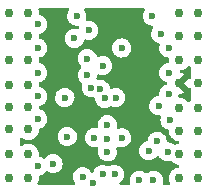
<source format=gbr>
%TF.GenerationSoftware,KiCad,Pcbnew,(6.0.1-0)*%
%TF.CreationDate,2022-02-07T15:37:48-08:00*%
%TF.ProjectId,Untitled,556e7469-746c-4656-942e-6b696361645f,rev?*%
%TF.SameCoordinates,Original*%
%TF.FileFunction,Copper,L3,Inr*%
%TF.FilePolarity,Positive*%
%FSLAX46Y46*%
G04 Gerber Fmt 4.6, Leading zero omitted, Abs format (unit mm)*
G04 Created by KiCad (PCBNEW (6.0.1-0)) date 2022-02-07 15:37:48*
%MOMM*%
%LPD*%
G01*
G04 APERTURE LIST*
%TA.AperFunction,ComponentPad*%
%ADD10C,0.750000*%
%TD*%
%TA.AperFunction,ViaPad*%
%ADD11C,0.600000*%
%TD*%
%TA.AperFunction,ViaPad*%
%ADD12C,0.800000*%
%TD*%
G04 APERTURE END LIST*
D10*
%TO.N,SX_DIO3*%
%TO.C,J11*%
X160000000Y-107000000D03*
X158400000Y-107000000D03*
%TD*%
%TO.N,SX_DIO0*%
%TO.C,J14*%
X160000000Y-101000000D03*
X158400000Y-101000000D03*
%TD*%
%TO.N,GND*%
%TO.C,J10*%
X158400000Y-109000000D03*
X160000000Y-109000000D03*
%TD*%
%TO.N,ANT_OUT*%
%TO.C,J9*%
X158400000Y-111000000D03*
X160000000Y-111000000D03*
%TD*%
%TO.N,SX_DIO1*%
%TO.C,J15*%
X160000000Y-99000000D03*
X158400000Y-99000000D03*
%TD*%
%TO.N,+3V3*%
%TO.C,J13*%
X160000000Y-103000000D03*
X158400000Y-103000000D03*
%TD*%
%TO.N,SX_BUSY*%
%TO.C,J12*%
X158380000Y-105100000D03*
X159980000Y-105100000D03*
%TD*%
%TO.N,SX_DIO2*%
%TO.C,J16*%
X160000000Y-97000000D03*
X158400000Y-97000000D03*
%TD*%
%TO.N,SX_CS*%
%TO.C,J5*%
X145600000Y-105000000D03*
X144000000Y-105000000D03*
%TD*%
%TO.N,MOSI*%
%TO.C,J3*%
X144000000Y-101000000D03*
X145600000Y-101000000D03*
%TD*%
%TO.N,SCK*%
%TO.C,J4*%
X145600000Y-103140000D03*
X144000000Y-103140000D03*
%TD*%
%TO.N,SX_RST*%
%TO.C,J6*%
X145600000Y-106900000D03*
X144000000Y-106900000D03*
%TD*%
%TO.N,MISO*%
%TO.C,J2*%
X145600000Y-99000000D03*
X144000000Y-99000000D03*
%TD*%
%TO.N,GND*%
%TO.C,J8*%
X145600000Y-111000000D03*
X144000000Y-111000000D03*
%TD*%
%TO.N,GND*%
%TO.C,J1*%
X144000000Y-97000000D03*
X145600000Y-97000000D03*
%TD*%
%TO.N,unconnected-(J7-Pad1)*%
%TO.C,J7*%
X144000000Y-109000000D03*
X145600000Y-109000000D03*
%TD*%
D11*
%TO.N,+3V3*%
X148600000Y-105600000D03*
%TO.N,GND*%
X155000000Y-111200000D03*
X153500000Y-107600000D03*
X156200000Y-111200000D03*
X146400000Y-98000000D03*
X157600000Y-106100000D03*
X146400000Y-102100000D03*
X146400000Y-104100000D03*
X152300000Y-108800000D03*
X153500000Y-100000000D03*
X146400000Y-106000000D03*
X151900000Y-101500000D03*
X155800000Y-108700000D03*
X157400000Y-108800000D03*
X148900000Y-107500000D03*
X157500000Y-100000000D03*
X152300000Y-106500000D03*
X152300000Y-107700000D03*
X151200000Y-107600000D03*
X157500000Y-102100000D03*
X157500000Y-103900000D03*
X146400000Y-110000000D03*
X146400000Y-100000000D03*
X147700000Y-109800000D03*
D12*
%TO.N,+3V3*%
X156100000Y-102800000D03*
D11*
X149700000Y-109900000D03*
%TO.N,Net-(U1-Pad16)*%
X150200000Y-110900000D03*
X149700000Y-97300000D03*
%TO.N,Net-(U1-Pad17)*%
X149500000Y-99200000D03*
X151100000Y-111400000D03*
%TO.N,Net-(U1-Pad18)*%
X150600000Y-100900000D03*
X151900000Y-110700000D03*
%TO.N,Net-(U1-Pad19)*%
X152900000Y-110700000D03*
X150600469Y-102300000D03*
%TO.N,Net-(U1-Pad3)*%
X148700000Y-104200000D03*
X150700000Y-98500000D03*
%TO.N,SX_BUSY*%
X156640835Y-104897033D03*
X153000000Y-104200000D03*
%TO.N,SX_DIO1*%
X152085383Y-104258333D03*
X156799500Y-98800000D03*
%TO.N,SX_DIO2*%
X151700000Y-103500000D03*
X156100000Y-97300000D03*
%TO.N,SX_DIO3*%
X150937283Y-103372360D03*
X156500000Y-107900000D03*
%TD*%
%TA.AperFunction,Conductor*%
%TO.N,+3V3*%
G36*
X149021080Y-96628002D02*
G01*
X149067573Y-96681658D01*
X149077677Y-96751932D01*
X149058870Y-96802254D01*
X148971235Y-96938238D01*
X148968826Y-96944858D01*
X148968824Y-96944861D01*
X148948755Y-97000000D01*
X148909197Y-97108685D01*
X148886463Y-97288640D01*
X148904163Y-97469160D01*
X148961418Y-97641273D01*
X148965065Y-97647295D01*
X148965066Y-97647297D01*
X149036637Y-97765475D01*
X149055380Y-97796424D01*
X149060269Y-97801487D01*
X149060270Y-97801488D01*
X149122490Y-97865918D01*
X149181382Y-97926902D01*
X149234527Y-97961679D01*
X149308741Y-98010243D01*
X149333159Y-98026222D01*
X149339763Y-98028678D01*
X149339765Y-98028679D01*
X149496558Y-98086990D01*
X149496560Y-98086990D01*
X149503168Y-98089448D01*
X149586057Y-98100508D01*
X149675980Y-98112507D01*
X149675984Y-98112507D01*
X149682961Y-98113438D01*
X149689972Y-98112800D01*
X149689976Y-98112800D01*
X149792719Y-98103449D01*
X149862372Y-98117194D01*
X149913537Y-98166415D01*
X149929968Y-98235484D01*
X149922540Y-98272024D01*
X149911607Y-98302061D01*
X149911605Y-98302069D01*
X149909197Y-98308685D01*
X149908314Y-98315676D01*
X149907229Y-98324262D01*
X149878847Y-98389339D01*
X149819787Y-98428740D01*
X149748801Y-98429957D01*
X149739974Y-98427175D01*
X149685790Y-98407881D01*
X149678802Y-98407048D01*
X149678799Y-98407047D01*
X149530293Y-98389339D01*
X149505680Y-98386404D01*
X149498677Y-98387140D01*
X149498676Y-98387140D01*
X149332288Y-98404628D01*
X149332286Y-98404629D01*
X149325288Y-98405364D01*
X149153579Y-98463818D01*
X149114742Y-98487711D01*
X149005095Y-98555166D01*
X149005092Y-98555168D01*
X148999088Y-98558862D01*
X148994053Y-98563793D01*
X148994050Y-98563795D01*
X148874525Y-98680843D01*
X148869493Y-98685771D01*
X148771235Y-98838238D01*
X148768826Y-98844858D01*
X148768824Y-98844861D01*
X148726134Y-98962151D01*
X148709197Y-99008685D01*
X148686463Y-99188640D01*
X148704163Y-99369160D01*
X148761418Y-99541273D01*
X148765065Y-99547295D01*
X148765066Y-99547297D01*
X148840780Y-99672316D01*
X148855380Y-99696424D01*
X148860269Y-99701487D01*
X148860270Y-99701488D01*
X148925802Y-99769348D01*
X148981382Y-99826902D01*
X149133159Y-99926222D01*
X149139763Y-99928678D01*
X149139765Y-99928679D01*
X149296558Y-99986990D01*
X149296560Y-99986990D01*
X149303168Y-99989448D01*
X149382250Y-100000000D01*
X149475980Y-100012507D01*
X149475984Y-100012507D01*
X149482961Y-100013438D01*
X149489972Y-100012800D01*
X149489976Y-100012800D01*
X149632459Y-99999832D01*
X149663600Y-99996998D01*
X149670302Y-99994820D01*
X149670304Y-99994820D01*
X149689324Y-99988640D01*
X152686463Y-99988640D01*
X152704163Y-100169160D01*
X152761418Y-100341273D01*
X152765065Y-100347295D01*
X152765066Y-100347297D01*
X152844120Y-100477831D01*
X152855380Y-100496424D01*
X152860269Y-100501487D01*
X152860270Y-100501488D01*
X152899845Y-100542469D01*
X152981382Y-100626902D01*
X152987278Y-100630760D01*
X153108741Y-100710243D01*
X153133159Y-100726222D01*
X153139763Y-100728678D01*
X153139765Y-100728679D01*
X153296558Y-100786990D01*
X153296560Y-100786990D01*
X153303168Y-100789448D01*
X153386995Y-100800633D01*
X153475980Y-100812507D01*
X153475984Y-100812507D01*
X153482961Y-100813438D01*
X153489972Y-100812800D01*
X153489976Y-100812800D01*
X153632459Y-100799832D01*
X153663600Y-100796998D01*
X153670302Y-100794820D01*
X153670304Y-100794820D01*
X153829409Y-100743124D01*
X153829412Y-100743123D01*
X153836108Y-100740947D01*
X153991912Y-100648069D01*
X154123266Y-100522982D01*
X154223643Y-100371902D01*
X154275826Y-100234532D01*
X154285555Y-100208920D01*
X154285556Y-100208918D01*
X154288055Y-100202338D01*
X154289035Y-100195366D01*
X154312748Y-100026639D01*
X154312748Y-100026636D01*
X154313299Y-100022717D01*
X154313616Y-100000000D01*
X154293397Y-99819745D01*
X154291080Y-99813091D01*
X154236064Y-99655106D01*
X154236062Y-99655103D01*
X154233745Y-99648448D01*
X154223662Y-99632312D01*
X154141359Y-99500598D01*
X154137626Y-99494624D01*
X154123941Y-99480843D01*
X154014778Y-99370915D01*
X154014774Y-99370912D01*
X154009815Y-99365918D01*
X153998697Y-99358862D01*
X153901214Y-99296998D01*
X153856666Y-99268727D01*
X153827463Y-99258328D01*
X153692425Y-99210243D01*
X153692420Y-99210242D01*
X153685790Y-99207881D01*
X153678802Y-99207048D01*
X153678799Y-99207047D01*
X153555698Y-99192368D01*
X153505680Y-99186404D01*
X153498677Y-99187140D01*
X153498676Y-99187140D01*
X153332288Y-99204628D01*
X153332286Y-99204629D01*
X153325288Y-99205364D01*
X153153579Y-99263818D01*
X153147575Y-99267512D01*
X153005095Y-99355166D01*
X153005092Y-99355168D01*
X152999088Y-99358862D01*
X152994053Y-99363793D01*
X152994050Y-99363795D01*
X152934783Y-99421834D01*
X152869493Y-99485771D01*
X152771235Y-99638238D01*
X152768826Y-99644858D01*
X152768824Y-99644861D01*
X152711607Y-99802063D01*
X152709197Y-99808685D01*
X152686463Y-99988640D01*
X149689324Y-99988640D01*
X149829409Y-99943124D01*
X149829412Y-99943123D01*
X149836108Y-99940947D01*
X149991912Y-99848069D01*
X150123266Y-99722982D01*
X150223643Y-99571902D01*
X150265423Y-99461917D01*
X150285555Y-99408920D01*
X150285556Y-99408918D01*
X150288055Y-99402338D01*
X150292007Y-99374217D01*
X150321294Y-99309543D01*
X150380898Y-99270970D01*
X150451894Y-99270743D01*
X150460694Y-99273652D01*
X150503168Y-99289448D01*
X150586995Y-99300633D01*
X150675980Y-99312507D01*
X150675984Y-99312507D01*
X150682961Y-99313438D01*
X150689972Y-99312800D01*
X150689976Y-99312800D01*
X150832459Y-99299832D01*
X150863600Y-99296998D01*
X150870302Y-99294820D01*
X150870304Y-99294820D01*
X151029409Y-99243124D01*
X151029412Y-99243123D01*
X151036108Y-99240947D01*
X151152269Y-99171701D01*
X151185860Y-99151677D01*
X151185862Y-99151676D01*
X151191912Y-99148069D01*
X151323266Y-99022982D01*
X151423643Y-98871902D01*
X151488055Y-98702338D01*
X151513299Y-98522717D01*
X151513616Y-98500000D01*
X151493397Y-98319745D01*
X151490850Y-98312430D01*
X151436064Y-98155106D01*
X151436062Y-98155103D01*
X151433745Y-98148448D01*
X151430009Y-98142469D01*
X151341359Y-98000598D01*
X151337626Y-97994624D01*
X151291395Y-97948069D01*
X151214778Y-97870915D01*
X151214774Y-97870912D01*
X151209815Y-97865918D01*
X151178838Y-97846259D01*
X151137058Y-97819745D01*
X151056666Y-97768727D01*
X151027463Y-97758328D01*
X150892425Y-97710243D01*
X150892420Y-97710242D01*
X150885790Y-97707881D01*
X150878802Y-97707048D01*
X150878799Y-97707047D01*
X150755698Y-97692368D01*
X150705680Y-97686404D01*
X150698677Y-97687140D01*
X150698675Y-97687140D01*
X150609865Y-97696474D01*
X150540027Y-97683702D01*
X150488180Y-97635199D01*
X150470786Y-97566366D01*
X150478907Y-97526420D01*
X150485555Y-97508920D01*
X150485556Y-97508918D01*
X150488055Y-97502338D01*
X150489139Y-97494624D01*
X150512748Y-97326639D01*
X150512748Y-97326636D01*
X150513299Y-97322717D01*
X150513616Y-97300000D01*
X150493397Y-97119745D01*
X150489601Y-97108845D01*
X150436064Y-96955106D01*
X150436062Y-96955103D01*
X150433745Y-96948448D01*
X150354646Y-96821862D01*
X150341466Y-96800769D01*
X150322330Y-96732400D01*
X150343196Y-96664539D01*
X150397437Y-96618731D01*
X150448320Y-96608000D01*
X155352959Y-96608000D01*
X155421080Y-96628002D01*
X155467573Y-96681658D01*
X155477677Y-96751932D01*
X155458870Y-96802254D01*
X155371235Y-96938238D01*
X155368826Y-96944858D01*
X155368824Y-96944861D01*
X155348755Y-97000000D01*
X155309197Y-97108685D01*
X155286463Y-97288640D01*
X155304163Y-97469160D01*
X155361418Y-97641273D01*
X155365065Y-97647295D01*
X155365066Y-97647297D01*
X155436637Y-97765475D01*
X155455380Y-97796424D01*
X155460269Y-97801487D01*
X155460270Y-97801488D01*
X155522490Y-97865918D01*
X155581382Y-97926902D01*
X155634527Y-97961679D01*
X155708741Y-98010243D01*
X155733159Y-98026222D01*
X155739763Y-98028678D01*
X155739765Y-98028679D01*
X155896558Y-98086990D01*
X155896560Y-98086990D01*
X155903168Y-98089448D01*
X156037481Y-98107369D01*
X156067649Y-98111395D01*
X156132526Y-98140231D01*
X156171514Y-98199564D01*
X156172234Y-98270557D01*
X156156898Y-98304539D01*
X156070735Y-98438238D01*
X156068326Y-98444858D01*
X156068324Y-98444861D01*
X156038559Y-98526639D01*
X156008697Y-98608685D01*
X155985963Y-98788640D01*
X156003663Y-98969160D01*
X156060918Y-99141273D01*
X156064565Y-99147295D01*
X156064566Y-99147297D01*
X156151220Y-99290380D01*
X156154880Y-99296424D01*
X156159769Y-99301487D01*
X156159770Y-99301488D01*
X156218352Y-99362151D01*
X156280882Y-99426902D01*
X156432659Y-99526222D01*
X156439263Y-99528678D01*
X156439265Y-99528679D01*
X156596058Y-99586990D01*
X156596060Y-99586990D01*
X156602668Y-99589448D01*
X156618476Y-99591557D01*
X156625030Y-99592432D01*
X156689907Y-99621270D01*
X156728893Y-99680604D01*
X156729613Y-99751597D01*
X156726764Y-99760419D01*
X156711607Y-99802063D01*
X156709197Y-99808685D01*
X156686463Y-99988640D01*
X156704163Y-100169160D01*
X156761418Y-100341273D01*
X156765065Y-100347295D01*
X156765066Y-100347297D01*
X156844120Y-100477831D01*
X156855380Y-100496424D01*
X156860269Y-100501487D01*
X156860270Y-100501488D01*
X156899845Y-100542469D01*
X156981382Y-100626902D01*
X156987278Y-100630760D01*
X157108741Y-100710243D01*
X157133159Y-100726222D01*
X157139763Y-100728678D01*
X157139765Y-100728679D01*
X157296558Y-100786990D01*
X157296560Y-100786990D01*
X157303168Y-100789448D01*
X157310153Y-100790380D01*
X157310157Y-100790381D01*
X157359751Y-100796998D01*
X157409121Y-100803585D01*
X157473997Y-100832420D01*
X157512985Y-100891754D01*
X157517766Y-100941649D01*
X157511633Y-101000000D01*
X157527936Y-101155106D01*
X157528171Y-101157345D01*
X157515399Y-101227184D01*
X157466897Y-101279030D01*
X157416032Y-101295826D01*
X157332288Y-101304628D01*
X157332286Y-101304629D01*
X157325288Y-101305364D01*
X157153579Y-101363818D01*
X157147575Y-101367512D01*
X157005095Y-101455166D01*
X157005092Y-101455168D01*
X156999088Y-101458862D01*
X156994053Y-101463793D01*
X156994050Y-101463795D01*
X156874525Y-101580843D01*
X156869493Y-101585771D01*
X156771235Y-101738238D01*
X156768826Y-101744858D01*
X156768824Y-101744861D01*
X156712449Y-101899749D01*
X156709197Y-101908685D01*
X156686463Y-102088640D01*
X156704163Y-102269160D01*
X156761418Y-102441273D01*
X156765065Y-102447295D01*
X156765066Y-102447297D01*
X156850032Y-102587593D01*
X156855380Y-102596424D01*
X156860269Y-102601487D01*
X156860270Y-102601488D01*
X156881027Y-102622982D01*
X156981382Y-102726902D01*
X157133159Y-102826222D01*
X157139763Y-102828678D01*
X157139765Y-102828679D01*
X157285198Y-102882765D01*
X157342074Y-102925257D01*
X157366948Y-102991754D01*
X157351923Y-103061142D01*
X157301768Y-103111392D01*
X157281883Y-103120140D01*
X157160250Y-103161547D01*
X157153579Y-103163818D01*
X157136336Y-103174426D01*
X157005095Y-103255166D01*
X157005092Y-103255168D01*
X156999088Y-103258862D01*
X156994053Y-103263793D01*
X156994050Y-103263795D01*
X156874525Y-103380843D01*
X156869493Y-103385771D01*
X156771235Y-103538238D01*
X156768826Y-103544858D01*
X156768824Y-103544861D01*
X156714315Y-103694624D01*
X156709197Y-103708685D01*
X156686463Y-103888640D01*
X156690204Y-103926790D01*
X156692751Y-103952767D01*
X156679492Y-104022515D01*
X156630629Y-104074022D01*
X156580523Y-104090373D01*
X156473123Y-104101661D01*
X156473121Y-104101662D01*
X156466123Y-104102397D01*
X156294414Y-104160851D01*
X156237180Y-104196062D01*
X156145930Y-104252199D01*
X156145927Y-104252201D01*
X156139923Y-104255895D01*
X156134888Y-104260826D01*
X156134885Y-104260828D01*
X156017435Y-104375844D01*
X156010328Y-104382804D01*
X155912070Y-104535271D01*
X155909661Y-104541891D01*
X155909659Y-104541894D01*
X155878377Y-104627841D01*
X155850032Y-104705718D01*
X155827298Y-104885673D01*
X155844998Y-105066193D01*
X155902253Y-105238306D01*
X155905900Y-105244328D01*
X155905901Y-105244330D01*
X155988889Y-105381360D01*
X155996215Y-105393457D01*
X156122217Y-105523935D01*
X156273994Y-105623255D01*
X156280598Y-105625711D01*
X156280600Y-105625712D01*
X156437393Y-105684023D01*
X156437395Y-105684023D01*
X156444003Y-105686481D01*
X156527830Y-105697666D01*
X156616815Y-105709540D01*
X156616819Y-105709540D01*
X156623796Y-105710471D01*
X156630807Y-105709833D01*
X156630811Y-105709833D01*
X156692437Y-105704224D01*
X156762090Y-105717969D01*
X156813255Y-105767190D01*
X156829686Y-105836259D01*
X156822258Y-105872799D01*
X156811607Y-105902063D01*
X156809197Y-105908685D01*
X156786463Y-106088640D01*
X156804163Y-106269160D01*
X156861418Y-106441273D01*
X156865065Y-106447295D01*
X156865066Y-106447297D01*
X156920403Y-106538669D01*
X156955380Y-106596424D01*
X156960269Y-106601487D01*
X156960270Y-106601488D01*
X157024345Y-106667839D01*
X157081382Y-106726902D01*
X157102845Y-106740947D01*
X157208741Y-106810243D01*
X157233159Y-106826222D01*
X157239763Y-106828678D01*
X157239765Y-106828679D01*
X157310987Y-106855166D01*
X157403168Y-106889448D01*
X157410154Y-106890380D01*
X157416927Y-106892069D01*
X157478185Y-106927957D01*
X157510316Y-106991267D01*
X157511754Y-107001155D01*
X157527935Y-107155106D01*
X157531046Y-107184702D01*
X157533086Y-107190980D01*
X157533086Y-107190981D01*
X157553941Y-107255166D01*
X157588436Y-107361331D01*
X157591739Y-107367053D01*
X157591740Y-107367054D01*
X157607658Y-107394624D01*
X157681296Y-107522169D01*
X157685714Y-107527076D01*
X157685715Y-107527077D01*
X157768264Y-107618757D01*
X157805566Y-107660185D01*
X157810908Y-107664066D01*
X157810910Y-107664068D01*
X157945910Y-107762151D01*
X157955816Y-107769348D01*
X157961844Y-107772032D01*
X157961846Y-107772033D01*
X158119448Y-107842202D01*
X158125479Y-107844887D01*
X158275398Y-107876753D01*
X158337871Y-107910481D01*
X158372193Y-107972631D01*
X158367465Y-108043470D01*
X158325189Y-108100508D01*
X158275398Y-108123247D01*
X158125479Y-108155113D01*
X158119450Y-108157797D01*
X158119448Y-108157798D01*
X158047483Y-108189839D01*
X157977116Y-108199273D01*
X157917285Y-108172931D01*
X157914776Y-108170914D01*
X157909815Y-108165918D01*
X157881690Y-108148069D01*
X157842158Y-108122982D01*
X157756666Y-108068727D01*
X157685736Y-108043470D01*
X157592425Y-108010243D01*
X157592420Y-108010242D01*
X157585790Y-108007881D01*
X157578802Y-108007048D01*
X157578799Y-108007047D01*
X157421355Y-107988273D01*
X157356082Y-107960345D01*
X157316269Y-107901562D01*
X157311059Y-107877204D01*
X157294182Y-107726744D01*
X157293397Y-107719745D01*
X157291056Y-107713023D01*
X157236064Y-107555106D01*
X157236062Y-107555103D01*
X157233745Y-107548448D01*
X157225888Y-107535874D01*
X157141359Y-107400598D01*
X157137626Y-107394624D01*
X157128835Y-107385771D01*
X157014778Y-107270915D01*
X157014774Y-107270912D01*
X157009815Y-107265918D01*
X156998697Y-107258862D01*
X156950538Y-107228300D01*
X156856666Y-107168727D01*
X156799716Y-107148448D01*
X156692425Y-107110243D01*
X156692420Y-107110242D01*
X156685790Y-107107881D01*
X156678802Y-107107048D01*
X156678799Y-107107047D01*
X156555698Y-107092368D01*
X156505680Y-107086404D01*
X156498677Y-107087140D01*
X156498676Y-107087140D01*
X156332288Y-107104628D01*
X156332286Y-107104629D01*
X156325288Y-107105364D01*
X156153579Y-107163818D01*
X156091109Y-107202250D01*
X156005095Y-107255166D01*
X156005092Y-107255168D01*
X155999088Y-107258862D01*
X155994053Y-107263793D01*
X155994050Y-107263795D01*
X155936916Y-107319745D01*
X155869493Y-107385771D01*
X155771235Y-107538238D01*
X155768826Y-107544858D01*
X155768824Y-107544861D01*
X155722537Y-107672033D01*
X155709197Y-107708685D01*
X155698247Y-107795366D01*
X155696873Y-107806241D01*
X155668491Y-107871317D01*
X155612472Y-107909727D01*
X155453579Y-107963818D01*
X155447575Y-107967512D01*
X155305095Y-108055166D01*
X155305092Y-108055168D01*
X155299088Y-108058862D01*
X155294053Y-108063793D01*
X155294050Y-108063795D01*
X155174525Y-108180843D01*
X155169493Y-108185771D01*
X155071235Y-108338238D01*
X155068826Y-108344858D01*
X155068824Y-108344861D01*
X155022213Y-108472923D01*
X155009197Y-108508685D01*
X154986463Y-108688640D01*
X155004163Y-108869160D01*
X155061418Y-109041273D01*
X155065065Y-109047295D01*
X155065066Y-109047297D01*
X155144085Y-109177773D01*
X155155380Y-109196424D01*
X155281382Y-109326902D01*
X155433159Y-109426222D01*
X155439763Y-109428678D01*
X155439765Y-109428679D01*
X155596558Y-109486990D01*
X155596560Y-109486990D01*
X155603168Y-109489448D01*
X155686995Y-109500633D01*
X155775980Y-109512507D01*
X155775984Y-109512507D01*
X155782961Y-109513438D01*
X155789972Y-109512800D01*
X155789976Y-109512800D01*
X155932459Y-109499832D01*
X155963600Y-109496998D01*
X155970302Y-109494820D01*
X155970304Y-109494820D01*
X156129409Y-109443124D01*
X156129412Y-109443123D01*
X156136108Y-109440947D01*
X156269665Y-109361331D01*
X156285860Y-109351677D01*
X156285862Y-109351676D01*
X156291912Y-109348069D01*
X156423266Y-109222982D01*
X156463868Y-109161871D01*
X156518226Y-109116201D01*
X156588646Y-109107169D01*
X156652770Y-109137643D01*
X156676591Y-109166327D01*
X156701757Y-109207881D01*
X156751264Y-109289627D01*
X156755380Y-109296424D01*
X156760269Y-109301487D01*
X156760270Y-109301488D01*
X156812743Y-109355825D01*
X156881382Y-109426902D01*
X156887278Y-109430760D01*
X157015254Y-109514505D01*
X157033159Y-109526222D01*
X157039763Y-109528678D01*
X157039765Y-109528679D01*
X157196558Y-109586990D01*
X157196560Y-109586990D01*
X157203168Y-109589448D01*
X157286995Y-109600633D01*
X157375980Y-109612507D01*
X157375984Y-109612507D01*
X157382961Y-109613438D01*
X157389972Y-109612800D01*
X157389976Y-109612800D01*
X157532459Y-109599832D01*
X157563600Y-109596998D01*
X157628964Y-109575760D01*
X157699930Y-109573732D01*
X157761533Y-109611281D01*
X157805566Y-109660185D01*
X157810908Y-109664066D01*
X157810910Y-109664068D01*
X157892000Y-109722983D01*
X157955816Y-109769348D01*
X157961844Y-109772032D01*
X157961846Y-109772033D01*
X158084493Y-109826639D01*
X158125479Y-109844887D01*
X158275398Y-109876753D01*
X158337871Y-109910481D01*
X158372193Y-109972631D01*
X158367465Y-110043470D01*
X158325189Y-110100508D01*
X158275398Y-110123247D01*
X158125479Y-110155113D01*
X158119450Y-110157797D01*
X158119448Y-110157798D01*
X157961847Y-110227967D01*
X157961845Y-110227968D01*
X157955817Y-110230652D01*
X157950476Y-110234532D01*
X157950475Y-110234533D01*
X157810910Y-110335932D01*
X157810908Y-110335934D01*
X157805566Y-110339815D01*
X157801145Y-110344725D01*
X157801144Y-110344726D01*
X157686091Y-110472506D01*
X157681296Y-110477831D01*
X157588436Y-110638669D01*
X157531046Y-110815298D01*
X157530356Y-110821861D01*
X157530356Y-110821862D01*
X157523337Y-110888640D01*
X157511633Y-111000000D01*
X157512323Y-111006565D01*
X157519605Y-111075844D01*
X157531046Y-111184702D01*
X157533086Y-111190980D01*
X157533086Y-111190981D01*
X157549427Y-111241273D01*
X157588436Y-111361331D01*
X157612495Y-111403002D01*
X157629232Y-111471994D01*
X157606012Y-111539086D01*
X157550205Y-111582974D01*
X157503375Y-111592000D01*
X157098657Y-111592000D01*
X157030536Y-111571998D01*
X156984043Y-111518342D01*
X156973939Y-111448068D01*
X156980868Y-111421258D01*
X156985555Y-111408919D01*
X156988055Y-111402338D01*
X156994318Y-111357772D01*
X157012748Y-111226639D01*
X157012748Y-111226636D01*
X157013299Y-111222717D01*
X157013616Y-111200000D01*
X156993397Y-111019745D01*
X156991080Y-111013091D01*
X156936064Y-110855106D01*
X156936062Y-110855103D01*
X156933745Y-110848448D01*
X156837626Y-110694624D01*
X156823941Y-110680843D01*
X156714778Y-110570915D01*
X156714774Y-110570912D01*
X156709815Y-110565918D01*
X156698697Y-110558862D01*
X156632907Y-110517111D01*
X156556666Y-110468727D01*
X156508784Y-110451677D01*
X156392425Y-110410243D01*
X156392420Y-110410242D01*
X156385790Y-110407881D01*
X156378802Y-110407048D01*
X156378799Y-110407047D01*
X156255698Y-110392368D01*
X156205680Y-110386404D01*
X156198677Y-110387140D01*
X156198676Y-110387140D01*
X156032288Y-110404628D01*
X156032286Y-110404629D01*
X156025288Y-110405364D01*
X155853579Y-110463818D01*
X155821507Y-110483549D01*
X155705095Y-110555166D01*
X155705092Y-110555168D01*
X155699088Y-110558862D01*
X155688977Y-110568764D01*
X155626314Y-110602135D01*
X155555555Y-110596331D01*
X155521338Y-110574005D01*
X155520271Y-110575332D01*
X155514777Y-110570915D01*
X155509815Y-110565918D01*
X155498697Y-110558862D01*
X155432907Y-110517111D01*
X155356666Y-110468727D01*
X155308784Y-110451677D01*
X155192425Y-110410243D01*
X155192420Y-110410242D01*
X155185790Y-110407881D01*
X155178802Y-110407048D01*
X155178799Y-110407047D01*
X155055698Y-110392368D01*
X155005680Y-110386404D01*
X154998677Y-110387140D01*
X154998676Y-110387140D01*
X154832288Y-110404628D01*
X154832286Y-110404629D01*
X154825288Y-110405364D01*
X154653579Y-110463818D01*
X154621507Y-110483549D01*
X154505095Y-110555166D01*
X154505092Y-110555168D01*
X154499088Y-110558862D01*
X154494053Y-110563793D01*
X154494050Y-110563795D01*
X154374525Y-110680843D01*
X154369493Y-110685771D01*
X154271235Y-110838238D01*
X154268826Y-110844858D01*
X154268824Y-110844861D01*
X154212358Y-111000000D01*
X154209197Y-111008685D01*
X154186463Y-111188640D01*
X154204163Y-111369160D01*
X154208929Y-111383488D01*
X154223147Y-111426228D01*
X154225670Y-111497180D01*
X154189433Y-111558232D01*
X154125941Y-111590002D01*
X154103589Y-111592000D01*
X153440154Y-111592000D01*
X153372033Y-111571998D01*
X153325540Y-111518342D01*
X153315436Y-111448068D01*
X153344930Y-111383488D01*
X153375636Y-111357772D01*
X153385857Y-111351679D01*
X153385860Y-111351677D01*
X153391912Y-111348069D01*
X153523266Y-111222982D01*
X153623643Y-111071902D01*
X153665423Y-110961917D01*
X153685555Y-110908920D01*
X153685556Y-110908918D01*
X153688055Y-110902338D01*
X153690963Y-110881646D01*
X153712748Y-110726639D01*
X153712748Y-110726636D01*
X153713299Y-110722717D01*
X153713616Y-110700000D01*
X153693397Y-110519745D01*
X153691080Y-110513091D01*
X153636064Y-110355106D01*
X153636062Y-110355103D01*
X153633745Y-110348448D01*
X153589110Y-110277017D01*
X153541359Y-110200598D01*
X153537626Y-110194624D01*
X153508520Y-110165314D01*
X153414778Y-110070915D01*
X153414774Y-110070912D01*
X153409815Y-110065918D01*
X153398935Y-110059013D01*
X153349071Y-110027369D01*
X153256666Y-109968727D01*
X153222413Y-109956530D01*
X153092425Y-109910243D01*
X153092420Y-109910242D01*
X153085790Y-109907881D01*
X153078802Y-109907048D01*
X153078799Y-109907047D01*
X152955698Y-109892368D01*
X152905680Y-109886404D01*
X152898677Y-109887140D01*
X152898676Y-109887140D01*
X152732288Y-109904628D01*
X152732286Y-109904629D01*
X152725288Y-109905364D01*
X152553579Y-109963818D01*
X152465946Y-110017731D01*
X152397447Y-110036388D01*
X152332412Y-110016797D01*
X152262620Y-109972505D01*
X152262616Y-109972503D01*
X152256666Y-109968727D01*
X152222413Y-109956530D01*
X152092425Y-109910243D01*
X152092420Y-109910242D01*
X152085790Y-109907881D01*
X152078802Y-109907048D01*
X152078799Y-109907047D01*
X151955698Y-109892368D01*
X151905680Y-109886404D01*
X151898677Y-109887140D01*
X151898676Y-109887140D01*
X151732288Y-109904628D01*
X151732286Y-109904629D01*
X151725288Y-109905364D01*
X151553579Y-109963818D01*
X151547575Y-109967512D01*
X151405095Y-110055166D01*
X151405092Y-110055168D01*
X151399088Y-110058862D01*
X151394053Y-110063793D01*
X151394050Y-110063795D01*
X151277660Y-110177773D01*
X151269493Y-110185771D01*
X151171235Y-110338238D01*
X151168826Y-110344858D01*
X151168824Y-110344861D01*
X151123828Y-110468487D01*
X151081734Y-110525658D01*
X151015412Y-110550996D01*
X150945921Y-110536455D01*
X150898573Y-110492161D01*
X150893846Y-110484595D01*
X150837626Y-110394624D01*
X150832664Y-110389627D01*
X150714778Y-110270915D01*
X150714774Y-110270912D01*
X150709815Y-110265918D01*
X150698697Y-110258862D01*
X150650014Y-110227967D01*
X150556666Y-110168727D01*
X150514580Y-110153741D01*
X150392425Y-110110243D01*
X150392420Y-110110242D01*
X150385790Y-110107881D01*
X150378802Y-110107048D01*
X150378799Y-110107047D01*
X150255698Y-110092368D01*
X150205680Y-110086404D01*
X150198677Y-110087140D01*
X150198676Y-110087140D01*
X150032288Y-110104628D01*
X150032286Y-110104629D01*
X150025288Y-110105364D01*
X149853579Y-110163818D01*
X149817895Y-110185771D01*
X149705095Y-110255166D01*
X149705092Y-110255168D01*
X149699088Y-110258862D01*
X149694053Y-110263793D01*
X149694050Y-110263795D01*
X149574525Y-110380843D01*
X149569493Y-110385771D01*
X149471235Y-110538238D01*
X149468826Y-110544858D01*
X149468824Y-110544861D01*
X149414315Y-110694624D01*
X149409197Y-110708685D01*
X149386463Y-110888640D01*
X149404163Y-111069160D01*
X149461418Y-111241273D01*
X149465065Y-111247295D01*
X149465066Y-111247297D01*
X149555380Y-111396424D01*
X149553928Y-111397303D01*
X149576464Y-111455303D01*
X149562318Y-111524876D01*
X149512803Y-111575756D01*
X149450919Y-111592000D01*
X146496625Y-111592000D01*
X146428504Y-111571998D01*
X146382011Y-111518342D01*
X146371907Y-111448068D01*
X146387505Y-111403003D01*
X146411564Y-111361331D01*
X146450573Y-111241273D01*
X146466914Y-111190981D01*
X146466914Y-111190980D01*
X146468954Y-111184702D01*
X146480396Y-111075844D01*
X146487677Y-111006565D01*
X146488367Y-111000000D01*
X146480885Y-110928812D01*
X146493657Y-110858974D01*
X146542159Y-110807127D01*
X146567259Y-110795809D01*
X146729409Y-110743124D01*
X146729412Y-110743123D01*
X146736108Y-110740947D01*
X146891912Y-110648069D01*
X147023266Y-110522982D01*
X147046428Y-110488120D01*
X147100785Y-110442450D01*
X147171205Y-110433417D01*
X147220368Y-110452413D01*
X147333159Y-110526222D01*
X147339763Y-110528678D01*
X147339765Y-110528679D01*
X147496558Y-110586990D01*
X147496560Y-110586990D01*
X147503168Y-110589448D01*
X147586995Y-110600633D01*
X147675980Y-110612507D01*
X147675984Y-110612507D01*
X147682961Y-110613438D01*
X147689972Y-110612800D01*
X147689976Y-110612800D01*
X147832459Y-110599832D01*
X147863600Y-110596998D01*
X147870302Y-110594820D01*
X147870304Y-110594820D01*
X148029409Y-110543124D01*
X148029412Y-110543123D01*
X148036108Y-110540947D01*
X148159296Y-110467512D01*
X148185860Y-110451677D01*
X148185862Y-110451676D01*
X148191912Y-110448069D01*
X148323266Y-110322982D01*
X148423643Y-110171902D01*
X148472430Y-110043470D01*
X148485555Y-110008920D01*
X148485556Y-110008918D01*
X148488055Y-110002338D01*
X148492779Y-109968727D01*
X148512748Y-109826639D01*
X148512748Y-109826636D01*
X148513299Y-109822717D01*
X148513616Y-109800000D01*
X148493397Y-109619745D01*
X148491080Y-109613091D01*
X148436064Y-109455106D01*
X148436062Y-109455103D01*
X148433745Y-109448448D01*
X148337626Y-109294624D01*
X148309561Y-109266362D01*
X148214778Y-109170915D01*
X148214774Y-109170912D01*
X148209815Y-109165918D01*
X148198697Y-109158862D01*
X148117241Y-109107169D01*
X148056666Y-109068727D01*
X148027463Y-109058328D01*
X147892425Y-109010243D01*
X147892420Y-109010242D01*
X147885790Y-109007881D01*
X147878802Y-109007048D01*
X147878799Y-109007047D01*
X147755698Y-108992368D01*
X147705680Y-108986404D01*
X147698677Y-108987140D01*
X147698676Y-108987140D01*
X147532288Y-109004628D01*
X147532286Y-109004629D01*
X147525288Y-109005364D01*
X147353579Y-109063818D01*
X147347575Y-109067512D01*
X147205095Y-109155166D01*
X147205092Y-109155168D01*
X147199088Y-109158862D01*
X147194053Y-109163793D01*
X147194050Y-109163795D01*
X147074526Y-109280842D01*
X147069493Y-109285771D01*
X147065679Y-109291690D01*
X147065676Y-109291693D01*
X147054264Y-109309401D01*
X147000549Y-109355825D01*
X146930262Y-109365840D01*
X146880842Y-109347531D01*
X146800310Y-109296424D01*
X146762620Y-109272505D01*
X146762617Y-109272503D01*
X146756666Y-109268727D01*
X146704826Y-109250268D01*
X146592424Y-109210243D01*
X146592422Y-109210243D01*
X146585790Y-109207881D01*
X146578801Y-109207048D01*
X146577451Y-109206731D01*
X146515698Y-109171701D01*
X146482688Y-109108845D01*
X146480916Y-109070890D01*
X146487677Y-109006565D01*
X146488367Y-109000000D01*
X146473893Y-108862286D01*
X146469644Y-108821862D01*
X146469644Y-108821861D01*
X146468954Y-108815298D01*
X146463984Y-108800000D01*
X146413606Y-108644954D01*
X146411564Y-108638669D01*
X146398289Y-108615675D01*
X146340553Y-108515675D01*
X146318704Y-108477831D01*
X146292248Y-108448448D01*
X146198856Y-108344726D01*
X146198855Y-108344725D01*
X146194434Y-108339815D01*
X146158130Y-108313438D01*
X146049526Y-108234533D01*
X146049525Y-108234532D01*
X146044184Y-108230652D01*
X146038156Y-108227968D01*
X146038154Y-108227967D01*
X145880552Y-108157798D01*
X145880551Y-108157798D01*
X145874521Y-108155113D01*
X145783691Y-108135807D01*
X145699317Y-108117872D01*
X145699313Y-108117872D01*
X145692860Y-108116500D01*
X145507140Y-108116500D01*
X145500687Y-108117872D01*
X145500683Y-108117872D01*
X145416309Y-108135807D01*
X145325479Y-108155113D01*
X145319450Y-108157797D01*
X145319448Y-108157798D01*
X145161847Y-108227967D01*
X145161845Y-108227968D01*
X145155817Y-108230652D01*
X145077599Y-108287480D01*
X145010732Y-108311339D01*
X144941581Y-108295258D01*
X144892100Y-108244344D01*
X144877542Y-108186373D01*
X144874428Y-107713023D01*
X144893981Y-107644772D01*
X144947330Y-107597927D01*
X145017536Y-107587361D01*
X145074485Y-107610258D01*
X145089561Y-107621211D01*
X145148549Y-107664068D01*
X145155816Y-107669348D01*
X145161844Y-107672032D01*
X145161846Y-107672033D01*
X145284729Y-107726744D01*
X145325479Y-107744887D01*
X145406700Y-107762151D01*
X145500683Y-107782128D01*
X145500687Y-107782128D01*
X145507140Y-107783500D01*
X145692860Y-107783500D01*
X145699313Y-107782128D01*
X145699317Y-107782128D01*
X145793300Y-107762151D01*
X145874521Y-107744887D01*
X145915271Y-107726744D01*
X146038154Y-107672033D01*
X146038156Y-107672032D01*
X146044184Y-107669348D01*
X146049526Y-107665467D01*
X146189090Y-107564068D01*
X146189092Y-107564066D01*
X146194434Y-107560185D01*
X146258853Y-107488640D01*
X148086463Y-107488640D01*
X148104163Y-107669160D01*
X148161418Y-107841273D01*
X148165065Y-107847295D01*
X148165066Y-107847297D01*
X148250444Y-107988273D01*
X148255380Y-107996424D01*
X148260269Y-108001487D01*
X148260270Y-108001488D01*
X148266444Y-108007881D01*
X148381382Y-108126902D01*
X148424493Y-108155113D01*
X148491977Y-108199273D01*
X148533159Y-108226222D01*
X148539763Y-108228678D01*
X148539765Y-108228679D01*
X148696558Y-108286990D01*
X148696560Y-108286990D01*
X148703168Y-108289448D01*
X148786995Y-108300633D01*
X148875980Y-108312507D01*
X148875984Y-108312507D01*
X148882961Y-108313438D01*
X148889972Y-108312800D01*
X148889976Y-108312800D01*
X149032459Y-108299832D01*
X149063600Y-108296998D01*
X149070302Y-108294820D01*
X149070304Y-108294820D01*
X149229409Y-108243124D01*
X149229412Y-108243123D01*
X149236108Y-108240947D01*
X149368303Y-108162143D01*
X149385860Y-108151677D01*
X149385862Y-108151676D01*
X149391912Y-108148069D01*
X149523266Y-108022982D01*
X149623643Y-107871902D01*
X149682989Y-107715674D01*
X149685555Y-107708920D01*
X149685556Y-107708918D01*
X149688055Y-107702338D01*
X149689035Y-107695366D01*
X149704034Y-107588640D01*
X150386463Y-107588640D01*
X150404163Y-107769160D01*
X150461418Y-107941273D01*
X150465065Y-107947295D01*
X150465066Y-107947297D01*
X150532632Y-108058862D01*
X150555380Y-108096424D01*
X150560269Y-108101487D01*
X150560270Y-108101488D01*
X150622490Y-108165918D01*
X150681382Y-108226902D01*
X150697333Y-108237340D01*
X150789477Y-108297637D01*
X150833159Y-108326222D01*
X150839763Y-108328678D01*
X150839765Y-108328679D01*
X150996558Y-108386990D01*
X150996560Y-108386990D01*
X151003168Y-108389448D01*
X151086995Y-108400633D01*
X151175980Y-108412507D01*
X151175984Y-108412507D01*
X151182961Y-108413438D01*
X151189972Y-108412800D01*
X151189976Y-108412800D01*
X151332459Y-108399832D01*
X151363600Y-108396998D01*
X151370300Y-108394821D01*
X151370305Y-108394820D01*
X151370408Y-108394786D01*
X151370478Y-108394784D01*
X151377201Y-108393404D01*
X151377443Y-108394585D01*
X151441375Y-108392755D01*
X151502175Y-108429415D01*
X151533503Y-108493126D01*
X151527750Y-108557711D01*
X151509197Y-108608685D01*
X151486463Y-108788640D01*
X151504163Y-108969160D01*
X151561418Y-109141273D01*
X151565065Y-109147295D01*
X151565066Y-109147297D01*
X151651264Y-109289627D01*
X151655380Y-109296424D01*
X151660269Y-109301487D01*
X151660270Y-109301488D01*
X151712743Y-109355825D01*
X151781382Y-109426902D01*
X151787278Y-109430760D01*
X151915254Y-109514505D01*
X151933159Y-109526222D01*
X151939763Y-109528678D01*
X151939765Y-109528679D01*
X152096558Y-109586990D01*
X152096560Y-109586990D01*
X152103168Y-109589448D01*
X152186995Y-109600633D01*
X152275980Y-109612507D01*
X152275984Y-109612507D01*
X152282961Y-109613438D01*
X152289972Y-109612800D01*
X152289976Y-109612800D01*
X152432459Y-109599832D01*
X152463600Y-109596998D01*
X152470302Y-109594820D01*
X152470304Y-109594820D01*
X152629409Y-109543124D01*
X152629412Y-109543123D01*
X152636108Y-109540947D01*
X152732513Y-109483478D01*
X152785860Y-109451677D01*
X152785862Y-109451676D01*
X152791912Y-109448069D01*
X152923266Y-109322982D01*
X153023643Y-109171902D01*
X153065563Y-109061547D01*
X153085555Y-109008920D01*
X153085556Y-109008918D01*
X153088055Y-109002338D01*
X153090191Y-108987140D01*
X153112748Y-108826639D01*
X153112748Y-108826636D01*
X153113299Y-108822717D01*
X153113616Y-108800000D01*
X153093397Y-108619745D01*
X153058116Y-108518432D01*
X153054603Y-108447524D01*
X153089985Y-108385972D01*
X153153027Y-108353320D01*
X153221027Y-108358900D01*
X153303168Y-108389448D01*
X153386995Y-108400633D01*
X153475980Y-108412507D01*
X153475984Y-108412507D01*
X153482961Y-108413438D01*
X153489972Y-108412800D01*
X153489976Y-108412800D01*
X153632459Y-108399832D01*
X153663600Y-108396998D01*
X153670302Y-108394820D01*
X153670304Y-108394820D01*
X153829409Y-108343124D01*
X153829412Y-108343123D01*
X153836108Y-108340947D01*
X153991912Y-108248069D01*
X154123266Y-108122982D01*
X154223643Y-107971902D01*
X154265423Y-107861917D01*
X154285555Y-107808920D01*
X154285556Y-107808918D01*
X154288055Y-107802338D01*
X154289035Y-107795366D01*
X154312748Y-107626639D01*
X154312748Y-107626636D01*
X154313299Y-107622717D01*
X154313616Y-107600000D01*
X154293397Y-107419745D01*
X154291080Y-107413091D01*
X154236064Y-107255106D01*
X154236062Y-107255103D01*
X154233745Y-107248448D01*
X154197836Y-107190981D01*
X154141359Y-107100598D01*
X154137626Y-107094624D01*
X154132664Y-107089627D01*
X154014778Y-106970915D01*
X154014774Y-106970912D01*
X154009815Y-106965918D01*
X153998697Y-106958862D01*
X153949998Y-106927957D01*
X153856666Y-106868727D01*
X153818582Y-106855166D01*
X153692425Y-106810243D01*
X153692420Y-106810242D01*
X153685790Y-106807881D01*
X153678802Y-106807048D01*
X153678799Y-106807047D01*
X153555698Y-106792368D01*
X153505680Y-106786404D01*
X153498677Y-106787140D01*
X153498676Y-106787140D01*
X153332288Y-106804628D01*
X153332286Y-106804629D01*
X153325288Y-106805364D01*
X153269076Y-106824500D01*
X153254811Y-106829356D01*
X153183879Y-106832374D01*
X153122575Y-106796563D01*
X153090363Y-106733295D01*
X153089432Y-106692542D01*
X153112748Y-106526640D01*
X153112748Y-106526635D01*
X153113299Y-106522717D01*
X153113616Y-106500000D01*
X153093397Y-106319745D01*
X153091080Y-106313091D01*
X153036064Y-106155106D01*
X153036062Y-106155103D01*
X153033745Y-106148448D01*
X153013782Y-106116500D01*
X152941359Y-106000598D01*
X152937626Y-105994624D01*
X152928835Y-105985771D01*
X152814778Y-105870915D01*
X152814774Y-105870912D01*
X152809815Y-105865918D01*
X152798697Y-105858862D01*
X152737058Y-105819745D01*
X152656666Y-105768727D01*
X152623845Y-105757040D01*
X152492425Y-105710243D01*
X152492420Y-105710242D01*
X152485790Y-105707881D01*
X152478802Y-105707048D01*
X152478799Y-105707047D01*
X152355698Y-105692368D01*
X152305680Y-105686404D01*
X152298677Y-105687140D01*
X152298676Y-105687140D01*
X152132288Y-105704628D01*
X152132286Y-105704629D01*
X152125288Y-105705364D01*
X151953579Y-105763818D01*
X151940226Y-105772033D01*
X151805095Y-105855166D01*
X151805092Y-105855168D01*
X151799088Y-105858862D01*
X151794053Y-105863793D01*
X151794050Y-105863795D01*
X151725994Y-105930441D01*
X151669493Y-105985771D01*
X151571235Y-106138238D01*
X151568826Y-106144858D01*
X151568824Y-106144861D01*
X151540992Y-106221329D01*
X151509197Y-106308685D01*
X151486463Y-106488640D01*
X151504034Y-106667841D01*
X151490775Y-106737587D01*
X151441912Y-106789094D01*
X151372959Y-106806007D01*
X151363721Y-106805249D01*
X151205680Y-106786404D01*
X151198677Y-106787140D01*
X151198676Y-106787140D01*
X151032288Y-106804628D01*
X151032286Y-106804629D01*
X151025288Y-106805364D01*
X150853579Y-106863818D01*
X150847575Y-106867512D01*
X150705095Y-106955166D01*
X150705092Y-106955168D01*
X150699088Y-106958862D01*
X150694053Y-106963793D01*
X150694050Y-106963795D01*
X150574525Y-107080843D01*
X150569493Y-107085771D01*
X150471235Y-107238238D01*
X150468826Y-107244858D01*
X150468824Y-107244861D01*
X150414315Y-107394624D01*
X150409197Y-107408685D01*
X150386463Y-107588640D01*
X149704034Y-107588640D01*
X149712748Y-107526639D01*
X149712748Y-107526636D01*
X149713299Y-107522717D01*
X149713616Y-107500000D01*
X149693397Y-107319745D01*
X149691080Y-107313091D01*
X149636064Y-107155106D01*
X149636062Y-107155103D01*
X149633745Y-107148448D01*
X149606823Y-107105364D01*
X149541359Y-107000598D01*
X149537626Y-106994624D01*
X149509120Y-106965918D01*
X149414778Y-106870915D01*
X149414774Y-106870912D01*
X149409815Y-106865918D01*
X149402928Y-106861547D01*
X149314397Y-106805364D01*
X149256666Y-106768727D01*
X149227463Y-106758328D01*
X149092425Y-106710243D01*
X149092420Y-106710242D01*
X149085790Y-106707881D01*
X149078802Y-106707048D01*
X149078799Y-106707047D01*
X148955698Y-106692368D01*
X148905680Y-106686404D01*
X148898677Y-106687140D01*
X148898676Y-106687140D01*
X148732288Y-106704628D01*
X148732286Y-106704629D01*
X148725288Y-106705364D01*
X148553579Y-106763818D01*
X148547575Y-106767512D01*
X148405095Y-106855166D01*
X148405092Y-106855168D01*
X148399088Y-106858862D01*
X148394053Y-106863793D01*
X148394050Y-106863795D01*
X148293621Y-106962143D01*
X148269493Y-106985771D01*
X148171235Y-107138238D01*
X148168826Y-107144858D01*
X148168824Y-107144861D01*
X148111606Y-107302066D01*
X148109197Y-107308685D01*
X148086463Y-107488640D01*
X146258853Y-107488640D01*
X146318704Y-107422169D01*
X146411564Y-107261331D01*
X146443986Y-107161547D01*
X146466914Y-107090981D01*
X146466914Y-107090980D01*
X146468954Y-107084702D01*
X146478730Y-106991693D01*
X146488363Y-106900042D01*
X146515376Y-106834385D01*
X146574737Y-106793380D01*
X146729408Y-106743124D01*
X146736108Y-106740947D01*
X146891912Y-106648069D01*
X147023266Y-106522982D01*
X147123643Y-106371902D01*
X147175825Y-106234533D01*
X147185555Y-106208920D01*
X147185556Y-106208918D01*
X147188055Y-106202338D01*
X147194693Y-106155106D01*
X147212748Y-106026639D01*
X147212748Y-106026636D01*
X147213299Y-106022717D01*
X147213616Y-106000000D01*
X147193397Y-105819745D01*
X147191080Y-105813091D01*
X147136064Y-105655106D01*
X147136062Y-105655103D01*
X147133745Y-105648448D01*
X147037626Y-105494624D01*
X147032664Y-105489627D01*
X146914778Y-105370915D01*
X146914774Y-105370912D01*
X146909815Y-105365918D01*
X146756666Y-105268727D01*
X146652466Y-105231623D01*
X146592424Y-105210243D01*
X146592422Y-105210243D01*
X146585790Y-105207881D01*
X146578801Y-105207048D01*
X146577451Y-105206731D01*
X146515698Y-105171701D01*
X146482688Y-105108845D01*
X146480916Y-105070889D01*
X146488363Y-105000041D01*
X146515377Y-104934385D01*
X146574737Y-104893380D01*
X146729408Y-104843124D01*
X146736108Y-104840947D01*
X146891912Y-104748069D01*
X147023266Y-104622982D01*
X147123643Y-104471902D01*
X147175825Y-104334533D01*
X147185555Y-104308920D01*
X147185556Y-104308918D01*
X147188055Y-104302338D01*
X147192054Y-104273885D01*
X147204034Y-104188640D01*
X147886463Y-104188640D01*
X147904163Y-104369160D01*
X147961418Y-104541273D01*
X147965065Y-104547295D01*
X147965066Y-104547297D01*
X148020403Y-104638669D01*
X148055380Y-104696424D01*
X148060269Y-104701487D01*
X148060270Y-104701488D01*
X148111712Y-104754757D01*
X148181382Y-104826902D01*
X148187278Y-104830760D01*
X148323269Y-104919750D01*
X148333159Y-104926222D01*
X148339763Y-104928678D01*
X148339765Y-104928679D01*
X148496558Y-104986990D01*
X148496560Y-104986990D01*
X148503168Y-104989448D01*
X148576854Y-104999280D01*
X148675980Y-105012507D01*
X148675984Y-105012507D01*
X148682961Y-105013438D01*
X148689972Y-105012800D01*
X148689976Y-105012800D01*
X148838526Y-104999280D01*
X148863600Y-104996998D01*
X148870302Y-104994820D01*
X148870304Y-104994820D01*
X149029409Y-104943124D01*
X149029412Y-104943123D01*
X149036108Y-104940947D01*
X149191912Y-104848069D01*
X149323266Y-104722982D01*
X149423643Y-104571902D01*
X149475666Y-104434952D01*
X149485555Y-104408920D01*
X149485556Y-104408918D01*
X149488055Y-104402338D01*
X149489035Y-104395366D01*
X149512748Y-104226639D01*
X149512748Y-104226636D01*
X149513299Y-104222717D01*
X149513616Y-104200000D01*
X149493397Y-104019745D01*
X149491080Y-104013091D01*
X149436064Y-103855106D01*
X149436062Y-103855103D01*
X149433745Y-103848448D01*
X149337626Y-103694624D01*
X149323941Y-103680843D01*
X149214778Y-103570915D01*
X149214774Y-103570912D01*
X149209815Y-103565918D01*
X149198697Y-103558862D01*
X149139603Y-103521360D01*
X149056666Y-103468727D01*
X149027463Y-103458328D01*
X148892425Y-103410243D01*
X148892420Y-103410242D01*
X148885790Y-103407881D01*
X148878802Y-103407048D01*
X148878799Y-103407047D01*
X148755698Y-103392368D01*
X148705680Y-103386404D01*
X148698677Y-103387140D01*
X148698676Y-103387140D01*
X148532288Y-103404628D01*
X148532286Y-103404629D01*
X148525288Y-103405364D01*
X148353579Y-103463818D01*
X148347575Y-103467512D01*
X148205095Y-103555166D01*
X148205092Y-103555168D01*
X148199088Y-103558862D01*
X148194053Y-103563793D01*
X148194050Y-103563795D01*
X148083109Y-103672437D01*
X148069493Y-103685771D01*
X147971235Y-103838238D01*
X147968826Y-103844858D01*
X147968824Y-103844861D01*
X147928776Y-103954893D01*
X147909197Y-104008685D01*
X147886463Y-104188640D01*
X147204034Y-104188640D01*
X147212748Y-104126639D01*
X147212748Y-104126636D01*
X147213299Y-104122717D01*
X147213616Y-104100000D01*
X147193397Y-103919745D01*
X147191080Y-103913091D01*
X147136064Y-103755106D01*
X147136062Y-103755103D01*
X147133745Y-103748448D01*
X147037626Y-103594624D01*
X147009120Y-103565918D01*
X146914778Y-103470915D01*
X146914774Y-103470912D01*
X146909815Y-103465918D01*
X146902928Y-103461547D01*
X146827956Y-103413969D01*
X146756666Y-103368727D01*
X146585790Y-103307881D01*
X146580846Y-103307291D01*
X146519804Y-103272666D01*
X146486791Y-103209812D01*
X146485019Y-103171853D01*
X146487677Y-103146565D01*
X146488367Y-103140000D01*
X146482734Y-103086404D01*
X146476815Y-103030085D01*
X146489587Y-102960247D01*
X146538089Y-102908400D01*
X146564058Y-102898407D01*
X146563600Y-102896998D01*
X146729409Y-102843124D01*
X146729412Y-102843123D01*
X146736108Y-102840947D01*
X146857258Y-102768727D01*
X146885860Y-102751677D01*
X146885862Y-102751676D01*
X146891912Y-102748069D01*
X147023266Y-102622982D01*
X147123643Y-102471902D01*
X147180314Y-102322717D01*
X147185555Y-102308920D01*
X147185556Y-102308918D01*
X147188055Y-102302338D01*
X147189035Y-102295366D01*
X147212748Y-102126639D01*
X147212748Y-102126636D01*
X147213299Y-102122717D01*
X147213616Y-102100000D01*
X147193397Y-101919745D01*
X147191080Y-101913091D01*
X147136064Y-101755106D01*
X147136062Y-101755103D01*
X147133745Y-101748448D01*
X147081019Y-101664068D01*
X147041359Y-101600598D01*
X147037626Y-101594624D01*
X147022701Y-101579594D01*
X146914778Y-101470915D01*
X146914774Y-101470912D01*
X146909815Y-101465918D01*
X146898697Y-101458862D01*
X146808289Y-101401488D01*
X146756666Y-101368727D01*
X146727463Y-101358328D01*
X146592425Y-101310243D01*
X146592420Y-101310242D01*
X146585790Y-101307881D01*
X146578801Y-101307048D01*
X146571934Y-101305437D01*
X146572361Y-101303616D01*
X146515720Y-101279382D01*
X146475907Y-101220599D01*
X146470602Y-101169025D01*
X146487677Y-101006566D01*
X146487677Y-101006565D01*
X146488367Y-101000000D01*
X146480885Y-100928812D01*
X146488232Y-100888640D01*
X149786463Y-100888640D01*
X149804163Y-101069160D01*
X149861418Y-101241273D01*
X149865065Y-101247295D01*
X149865066Y-101247297D01*
X149913181Y-101326744D01*
X149955380Y-101396424D01*
X149960269Y-101401487D01*
X149960270Y-101401488D01*
X150068793Y-101513866D01*
X150101725Y-101576762D01*
X150095425Y-101647479D01*
X150066314Y-101691416D01*
X149983991Y-101772033D01*
X149969962Y-101785771D01*
X149871704Y-101938238D01*
X149869295Y-101944858D01*
X149869293Y-101944861D01*
X149839091Y-102027841D01*
X149809666Y-102108685D01*
X149786932Y-102288640D01*
X149804632Y-102469160D01*
X149861887Y-102641273D01*
X149865534Y-102647295D01*
X149865535Y-102647297D01*
X149916082Y-102730760D01*
X149955849Y-102796424D01*
X149960738Y-102801487D01*
X149960739Y-102801488D01*
X150022959Y-102865918D01*
X150081851Y-102926902D01*
X150087743Y-102930757D01*
X150087747Y-102930761D01*
X150125191Y-102955263D01*
X150171240Y-103009300D01*
X150180763Y-103079655D01*
X150174600Y-103103787D01*
X150146480Y-103181045D01*
X150123746Y-103361000D01*
X150141446Y-103541520D01*
X150198701Y-103713633D01*
X150202348Y-103719655D01*
X150202349Y-103719657D01*
X150278175Y-103844861D01*
X150292663Y-103868784D01*
X150297552Y-103873847D01*
X150297553Y-103873848D01*
X150331835Y-103909348D01*
X150418665Y-103999262D01*
X150455705Y-104023500D01*
X150531294Y-104072964D01*
X150570442Y-104098582D01*
X150577046Y-104101038D01*
X150577048Y-104101039D01*
X150733841Y-104159350D01*
X150733843Y-104159350D01*
X150740451Y-104161808D01*
X150824278Y-104172993D01*
X150913263Y-104184867D01*
X150913267Y-104184867D01*
X150920244Y-104185798D01*
X150927255Y-104185160D01*
X150927259Y-104185160D01*
X151069742Y-104172192D01*
X151100883Y-104169358D01*
X151107583Y-104167181D01*
X151107588Y-104167180D01*
X151110150Y-104166347D01*
X151111885Y-104166297D01*
X151114484Y-104165764D01*
X151114578Y-104166221D01*
X151181118Y-104164320D01*
X151241916Y-104200982D01*
X151273241Y-104264695D01*
X151274484Y-104273878D01*
X151289546Y-104427493D01*
X151346801Y-104599606D01*
X151350448Y-104605628D01*
X151350449Y-104605630D01*
X151436713Y-104748069D01*
X151440763Y-104754757D01*
X151566765Y-104885235D01*
X151718542Y-104984555D01*
X151725146Y-104987011D01*
X151725148Y-104987012D01*
X151881941Y-105045323D01*
X151881943Y-105045323D01*
X151888551Y-105047781D01*
X151972378Y-105058966D01*
X152061363Y-105070840D01*
X152061367Y-105070840D01*
X152068344Y-105071771D01*
X152075355Y-105071133D01*
X152075359Y-105071133D01*
X152217842Y-105058165D01*
X152248983Y-105055331D01*
X152255685Y-105053153D01*
X152255687Y-105053153D01*
X152414792Y-105001457D01*
X152414795Y-105001456D01*
X152421491Y-104999280D01*
X152526428Y-104936725D01*
X152595183Y-104919025D01*
X152634862Y-104926855D01*
X152803168Y-104989448D01*
X152876854Y-104999280D01*
X152975980Y-105012507D01*
X152975984Y-105012507D01*
X152982961Y-105013438D01*
X152989972Y-105012800D01*
X152989976Y-105012800D01*
X153138526Y-104999280D01*
X153163600Y-104996998D01*
X153170302Y-104994820D01*
X153170304Y-104994820D01*
X153329409Y-104943124D01*
X153329412Y-104943123D01*
X153336108Y-104940947D01*
X153491912Y-104848069D01*
X153623266Y-104722982D01*
X153723643Y-104571902D01*
X153775666Y-104434952D01*
X153785555Y-104408920D01*
X153785556Y-104408918D01*
X153788055Y-104402338D01*
X153789035Y-104395366D01*
X153812748Y-104226639D01*
X153812748Y-104226636D01*
X153813299Y-104222717D01*
X153813616Y-104200000D01*
X153793397Y-104019745D01*
X153791080Y-104013091D01*
X153736064Y-103855106D01*
X153736062Y-103855103D01*
X153733745Y-103848448D01*
X153637626Y-103694624D01*
X153623941Y-103680843D01*
X153514778Y-103570915D01*
X153514774Y-103570912D01*
X153509815Y-103565918D01*
X153498697Y-103558862D01*
X153439603Y-103521360D01*
X153356666Y-103468727D01*
X153327463Y-103458328D01*
X153192425Y-103410243D01*
X153192420Y-103410242D01*
X153185790Y-103407881D01*
X153178802Y-103407048D01*
X153178799Y-103407047D01*
X153055698Y-103392368D01*
X153005680Y-103386404D01*
X152998677Y-103387140D01*
X152998676Y-103387140D01*
X152832288Y-103404628D01*
X152832286Y-103404629D01*
X152825288Y-103405364D01*
X152663205Y-103460541D01*
X152592274Y-103463559D01*
X152530970Y-103427749D01*
X152498758Y-103364480D01*
X152497386Y-103355308D01*
X152494182Y-103326744D01*
X152493397Y-103319745D01*
X152484547Y-103294330D01*
X152436064Y-103155106D01*
X152436062Y-103155103D01*
X152433745Y-103148448D01*
X152405840Y-103103790D01*
X152341359Y-103000598D01*
X152337626Y-102994624D01*
X152299239Y-102955968D01*
X152214778Y-102870915D01*
X152214774Y-102870912D01*
X152209815Y-102865918D01*
X152056666Y-102768727D01*
X152008784Y-102751677D01*
X151892425Y-102710243D01*
X151892420Y-102710242D01*
X151885790Y-102707881D01*
X151878802Y-102707048D01*
X151878799Y-102707047D01*
X151755698Y-102692368D01*
X151705680Y-102686404D01*
X151698677Y-102687140D01*
X151698676Y-102687140D01*
X151636911Y-102693632D01*
X151525288Y-102705364D01*
X151519012Y-102707501D01*
X151448349Y-102702606D01*
X151391418Y-102660187D01*
X151366458Y-102593723D01*
X151374328Y-102539710D01*
X151388524Y-102502338D01*
X151391690Y-102479815D01*
X151410776Y-102344006D01*
X151440064Y-102279332D01*
X151499668Y-102240759D01*
X151570664Y-102240534D01*
X151579470Y-102243445D01*
X151696558Y-102286990D01*
X151696560Y-102286990D01*
X151703168Y-102289448D01*
X151782250Y-102300000D01*
X151875980Y-102312507D01*
X151875984Y-102312507D01*
X151882961Y-102313438D01*
X151889972Y-102312800D01*
X151889976Y-102312800D01*
X152032459Y-102299832D01*
X152063600Y-102296998D01*
X152070302Y-102294820D01*
X152070304Y-102294820D01*
X152229409Y-102243124D01*
X152229412Y-102243123D01*
X152236108Y-102240947D01*
X152391912Y-102148069D01*
X152523266Y-102022982D01*
X152623643Y-101871902D01*
X152688055Y-101702338D01*
X152689590Y-101691416D01*
X152712748Y-101526639D01*
X152712748Y-101526636D01*
X152713299Y-101522717D01*
X152713616Y-101500000D01*
X152693397Y-101319745D01*
X152689179Y-101307633D01*
X152636064Y-101155106D01*
X152636062Y-101155103D01*
X152633745Y-101148448D01*
X152545088Y-101006566D01*
X152541359Y-101000598D01*
X152537626Y-100994624D01*
X152532664Y-100989627D01*
X152414778Y-100870915D01*
X152414774Y-100870912D01*
X152409815Y-100865918D01*
X152256666Y-100768727D01*
X152227463Y-100758328D01*
X152092425Y-100710243D01*
X152092420Y-100710242D01*
X152085790Y-100707881D01*
X152078802Y-100707048D01*
X152078799Y-100707047D01*
X151955698Y-100692368D01*
X151905680Y-100686404D01*
X151898677Y-100687140D01*
X151898676Y-100687140D01*
X151732288Y-100704628D01*
X151732286Y-100704629D01*
X151725288Y-100705364D01*
X151553579Y-100763818D01*
X151553361Y-100763952D01*
X151485859Y-100774445D01*
X151420946Y-100745690D01*
X151383376Y-100690968D01*
X151336064Y-100555106D01*
X151336062Y-100555103D01*
X151333745Y-100548448D01*
X151237626Y-100394624D01*
X151192712Y-100349395D01*
X151114778Y-100270915D01*
X151114774Y-100270912D01*
X151109815Y-100265918D01*
X151098697Y-100258862D01*
X151020000Y-100208920D01*
X150956666Y-100168727D01*
X150914580Y-100153741D01*
X150792425Y-100110243D01*
X150792420Y-100110242D01*
X150785790Y-100107881D01*
X150778802Y-100107048D01*
X150778799Y-100107047D01*
X150655698Y-100092368D01*
X150605680Y-100086404D01*
X150598677Y-100087140D01*
X150598676Y-100087140D01*
X150432288Y-100104628D01*
X150432286Y-100104629D01*
X150425288Y-100105364D01*
X150253579Y-100163818D01*
X150247575Y-100167512D01*
X150105095Y-100255166D01*
X150105092Y-100255168D01*
X150099088Y-100258862D01*
X150094053Y-100263793D01*
X150094050Y-100263795D01*
X149977660Y-100377773D01*
X149969493Y-100385771D01*
X149871235Y-100538238D01*
X149868826Y-100544858D01*
X149868824Y-100544861D01*
X149829946Y-100651677D01*
X149809197Y-100708685D01*
X149786463Y-100888640D01*
X146488232Y-100888640D01*
X146493657Y-100858974D01*
X146542159Y-100807127D01*
X146567259Y-100795809D01*
X146586837Y-100789448D01*
X146607769Y-100782647D01*
X146729409Y-100743124D01*
X146729412Y-100743123D01*
X146736108Y-100740947D01*
X146891912Y-100648069D01*
X147023266Y-100522982D01*
X147123643Y-100371902D01*
X147175826Y-100234532D01*
X147185555Y-100208920D01*
X147185556Y-100208918D01*
X147188055Y-100202338D01*
X147189035Y-100195366D01*
X147212748Y-100026639D01*
X147212748Y-100026636D01*
X147213299Y-100022717D01*
X147213616Y-100000000D01*
X147193397Y-99819745D01*
X147191080Y-99813091D01*
X147136064Y-99655106D01*
X147136062Y-99655103D01*
X147133745Y-99648448D01*
X147123662Y-99632312D01*
X147041359Y-99500598D01*
X147037626Y-99494624D01*
X147023941Y-99480843D01*
X146914778Y-99370915D01*
X146914774Y-99370912D01*
X146909815Y-99365918D01*
X146898697Y-99358862D01*
X146801214Y-99296998D01*
X146756666Y-99268727D01*
X146684764Y-99243124D01*
X146592424Y-99210243D01*
X146592422Y-99210243D01*
X146585790Y-99207881D01*
X146578801Y-99207048D01*
X146577451Y-99206731D01*
X146515698Y-99171701D01*
X146482688Y-99108845D01*
X146480916Y-99070890D01*
X146487677Y-99006565D01*
X146488367Y-99000000D01*
X146480885Y-98928812D01*
X146493657Y-98858974D01*
X146542159Y-98807127D01*
X146567259Y-98795809D01*
X146567740Y-98795653D01*
X146610849Y-98781646D01*
X146729409Y-98743124D01*
X146729412Y-98743123D01*
X146736108Y-98740947D01*
X146891912Y-98648069D01*
X147023266Y-98522982D01*
X147123643Y-98371902D01*
X147176049Y-98233944D01*
X147185555Y-98208920D01*
X147185556Y-98208918D01*
X147188055Y-98202338D01*
X147193104Y-98166415D01*
X147212748Y-98026639D01*
X147212748Y-98026636D01*
X147213299Y-98022717D01*
X147213616Y-98000000D01*
X147193397Y-97819745D01*
X147185276Y-97796424D01*
X147136064Y-97655106D01*
X147136062Y-97655103D01*
X147133745Y-97648448D01*
X147037626Y-97494624D01*
X146925150Y-97381360D01*
X146914778Y-97370915D01*
X146914774Y-97370912D01*
X146909815Y-97365918D01*
X146892684Y-97355046D01*
X146835501Y-97318757D01*
X146756666Y-97268727D01*
X146704826Y-97250268D01*
X146592424Y-97210243D01*
X146592422Y-97210243D01*
X146585790Y-97207881D01*
X146578801Y-97207048D01*
X146577451Y-97206731D01*
X146515698Y-97171701D01*
X146482688Y-97108845D01*
X146480916Y-97070890D01*
X146487677Y-97006565D01*
X146488367Y-97000000D01*
X146468954Y-96815298D01*
X146455190Y-96772936D01*
X146453163Y-96701968D01*
X146489825Y-96641170D01*
X146553538Y-96609845D01*
X146575023Y-96608000D01*
X148952959Y-96608000D01*
X149021080Y-96628002D01*
G37*
%TD.AperFunction*%
%TA.AperFunction,Conductor*%
G36*
X159237794Y-101499986D02*
G01*
X159293634Y-101535872D01*
X159333005Y-101579597D01*
X159363720Y-101643601D01*
X159365364Y-101664729D01*
X159358749Y-102670203D01*
X159348068Y-102671739D01*
X159283488Y-102642245D01*
X159276905Y-102636116D01*
X159234931Y-102594142D01*
X159220987Y-102586528D01*
X159206092Y-102587593D01*
X159179871Y-102586031D01*
X159168713Y-102590498D01*
X158772021Y-102987189D01*
X158764408Y-103001132D01*
X158764539Y-103002966D01*
X158768790Y-103009580D01*
X159165073Y-103405862D01*
X159179010Y-103413473D01*
X159193908Y-103412407D01*
X159220129Y-103413969D01*
X159231287Y-103409502D01*
X159276905Y-103363884D01*
X159339217Y-103329858D01*
X159354402Y-103330944D01*
X159352155Y-103672437D01*
X159352154Y-103672440D01*
X159347138Y-104434952D01*
X159326689Y-104502940D01*
X159314776Y-104518434D01*
X159273634Y-104564126D01*
X159213188Y-104601365D01*
X159142204Y-104600013D01*
X159086363Y-104564125D01*
X158978856Y-104444726D01*
X158978855Y-104444725D01*
X158974434Y-104439815D01*
X158957475Y-104427493D01*
X158829526Y-104334533D01*
X158829525Y-104334532D01*
X158824184Y-104330652D01*
X158818156Y-104327968D01*
X158818154Y-104327967D01*
X158660552Y-104257798D01*
X158660551Y-104257798D01*
X158654521Y-104255113D01*
X158563691Y-104235807D01*
X158479317Y-104217872D01*
X158479313Y-104217872D01*
X158472860Y-104216500D01*
X158416957Y-104216500D01*
X158348836Y-104196498D01*
X158302343Y-104142842D01*
X158292183Y-104072964D01*
X158299273Y-104022515D01*
X158303637Y-103991463D01*
X158332925Y-103926790D01*
X158392529Y-103888217D01*
X158428411Y-103883000D01*
X158486204Y-103883000D01*
X158499264Y-103881628D01*
X158667908Y-103845781D01*
X158680396Y-103841724D01*
X158803698Y-103786826D01*
X158814442Y-103777694D01*
X158812845Y-103772055D01*
X158129885Y-103089095D01*
X158095859Y-103026783D01*
X158100924Y-102955968D01*
X158129885Y-102910905D01*
X158400000Y-102640790D01*
X158807435Y-102233354D01*
X158814195Y-102220974D01*
X158810684Y-102216284D01*
X158680396Y-102158276D01*
X158667907Y-102154218D01*
X158523401Y-102123503D01*
X158460927Y-102089775D01*
X158426605Y-102027625D01*
X158431333Y-101956786D01*
X158473608Y-101899749D01*
X158523400Y-101877009D01*
X158593194Y-101862174D01*
X158674521Y-101844887D01*
X158680552Y-101842202D01*
X158838154Y-101772033D01*
X158838156Y-101772032D01*
X158844184Y-101769348D01*
X158849526Y-101765467D01*
X158989090Y-101664068D01*
X158989092Y-101664066D01*
X158994434Y-101660185D01*
X159106364Y-101535874D01*
X159166810Y-101498634D01*
X159237794Y-101499986D01*
G37*
%TD.AperFunction*%
%TD*%
M02*

</source>
